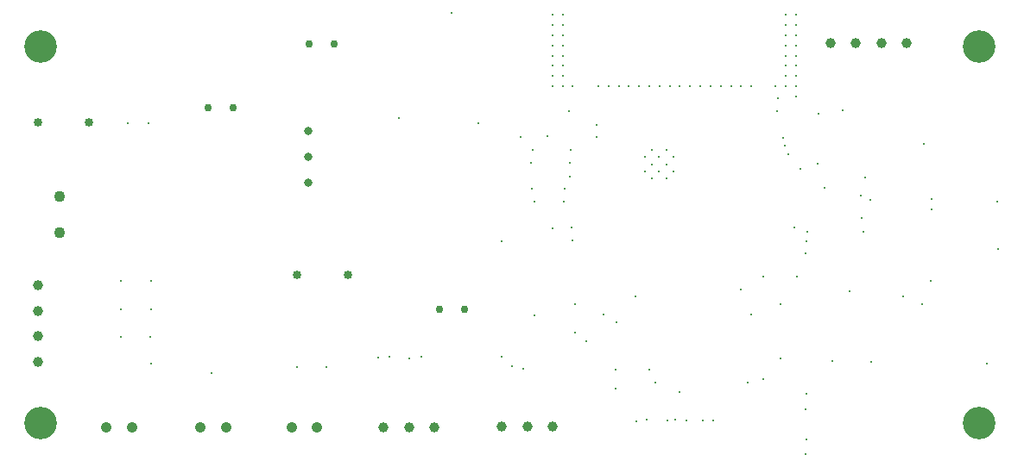
<source format=gbr>
%TF.GenerationSoftware,Altium Limited,Altium Designer,23.4.1 (23)*%
G04 Layer_Color=0*
%FSLAX45Y45*%
%MOMM*%
%TF.SameCoordinates,D6ADF24A-3376-43E2-8D1E-8FFFCD63A60F*%
%TF.FilePolarity,Positive*%
%TF.FileFunction,Plated,1,2,PTH,Drill*%
%TF.Part,Single*%
G01*
G75*
%TA.AperFunction,ComponentDrill*%
%ADD126C,1.00000*%
%ADD127C,0.85000*%
%ADD128C,0.75000*%
%ADD129C,0.30000*%
%ADD130C,1.10000*%
%ADD131C,0.83000*%
%ADD132C,1.05000*%
%ADD133C,1.00000*%
%TA.AperFunction,OtherDrill,Free Pad (4mm,4mm)*%
%ADD134C,3.20000*%
%TA.AperFunction,OtherDrill,Free Pad (4mm,41mm)*%
%ADD135C,3.20000*%
%TA.AperFunction,OtherDrill,Free Pad (96mm,41mm)*%
%ADD136C,3.20000*%
%TA.AperFunction,OtherDrill,Free Pad (96mm,4mm)*%
%ADD137C,3.20000*%
%TA.AperFunction,ViaDrill,NotFilled*%
%ADD138C,0.30000*%
D126*
X370000Y1003000D02*
D03*
Y1253000D02*
D03*
Y1503000D02*
D03*
Y1753000D02*
D03*
D127*
X3417000Y1857000D02*
D03*
X2917000D02*
D03*
X877000Y3356000D02*
D03*
X377000D02*
D03*
D128*
X3278000Y4130000D02*
D03*
X3028000Y4130000D02*
D03*
X4310000Y1523000D02*
D03*
X4560000Y1523000D02*
D03*
X2039000Y3497000D02*
D03*
X2289000Y3497000D02*
D03*
D129*
X6463989Y3014809D02*
D03*
X6323989D02*
D03*
X6603989D02*
D03*
X6323989Y2874809D02*
D03*
X6463989D02*
D03*
X6603989D02*
D03*
X6393989Y3084809D02*
D03*
X6533989D02*
D03*
X6393989Y2944809D02*
D03*
X6533989D02*
D03*
X6393989Y2804809D02*
D03*
X6533989D02*
D03*
D130*
X588000Y2624000D02*
D03*
Y2274000D02*
D03*
D131*
X3024000Y2766000D02*
D03*
Y3020000D02*
D03*
Y3274000D02*
D03*
D132*
X1967999Y361000D02*
D03*
X2218000D02*
D03*
X1045000Y362000D02*
D03*
X2862000Y361000D02*
D03*
X3112000D02*
D03*
X1295000Y362000D02*
D03*
D133*
X3760000Y361000D02*
D03*
X4010000D02*
D03*
X4260000D02*
D03*
X5420000Y364000D02*
D03*
X5170000D02*
D03*
X4920000D02*
D03*
X8894000Y4132000D02*
D03*
X8644000D02*
D03*
X8394000D02*
D03*
X8144000D02*
D03*
D134*
X400000Y400000D02*
D03*
D135*
Y4100000D02*
D03*
D136*
X9600000D02*
D03*
D137*
Y400000D02*
D03*
D138*
X8028000Y3444000D02*
D03*
X7808000Y3611000D02*
D03*
X8484401Y2813870D02*
D03*
X7818000Y1839000D02*
D03*
X9789000Y2112000D02*
D03*
X9783000Y2580000D02*
D03*
X4922000Y1052000D02*
D03*
X8022000Y2951000D02*
D03*
X7483424Y1842398D02*
D03*
X5616809Y2192809D02*
D03*
X6543001Y429707D02*
D03*
X8267000Y3476000D02*
D03*
X9056000Y3141000D02*
D03*
X7913043Y2282043D02*
D03*
X7701000Y3127000D02*
D03*
X7677000Y3204000D02*
D03*
X7731000Y3043000D02*
D03*
X7853000Y2896000D02*
D03*
X4920000Y2187000D02*
D03*
X5593000Y2827000D02*
D03*
X5853000Y3329000D02*
D03*
Y3209000D02*
D03*
X7787329Y2325000D02*
D03*
X8546000Y1006647D02*
D03*
X8161000Y1008647D02*
D03*
X7656500Y1572794D02*
D03*
X7655000Y1035000D02*
D03*
X9041999Y1572999D02*
D03*
X7367000Y1468000D02*
D03*
X5025000Y963000D02*
D03*
X5242500Y1460000D02*
D03*
Y2575000D02*
D03*
X5215000Y2700809D02*
D03*
X5538191D02*
D03*
X1478000Y1251000D02*
D03*
X8860000Y1648000D02*
D03*
X9677300Y981500D02*
D03*
X8334000Y1695000D02*
D03*
X5532000Y2574000D02*
D03*
X7912000Y2190281D02*
D03*
X7899000Y2065281D02*
D03*
X8087000Y2712999D02*
D03*
X8464000Y2278000D02*
D03*
X5642000Y1572000D02*
D03*
X6233989Y1649000D02*
D03*
X1484000Y1796000D02*
D03*
X6427000Y800000D02*
D03*
X6666000Y706000D02*
D03*
X6625000Y437000D02*
D03*
X6892001Y430999D02*
D03*
X6341000Y439000D02*
D03*
X9128000Y1801000D02*
D03*
X8539000Y2591000D02*
D03*
X9136000Y2601000D02*
D03*
X9132201Y2499504D02*
D03*
X6243000Y420000D02*
D03*
X6993001Y425707D02*
D03*
X6729000Y427706D02*
D03*
X8454000Y2415000D02*
D03*
X8446000Y2635000D02*
D03*
X7900000Y94000D02*
D03*
X7912000Y244000D02*
D03*
X5915489Y1467489D02*
D03*
X7912000Y686000D02*
D03*
X5133000Y932000D02*
D03*
X5750000Y1205000D02*
D03*
X6042929Y1394000D02*
D03*
X6366000Y929000D02*
D03*
X7334000Y801000D02*
D03*
X6039000Y930000D02*
D03*
Y736000D02*
D03*
X7489000Y836000D02*
D03*
X7900000Y536000D02*
D03*
X5642000Y1291500D02*
D03*
X5417500Y2317000D02*
D03*
X6968001Y3711000D02*
D03*
X7068001D02*
D03*
X7168001D02*
D03*
X7268002D02*
D03*
X7368002D02*
D03*
X7608002D02*
D03*
X6268001D02*
D03*
X6368001D02*
D03*
X6468001D02*
D03*
X6568001D02*
D03*
X6668001D02*
D03*
X6768001D02*
D03*
X6868001D02*
D03*
X5618000D02*
D03*
X5868000D02*
D03*
X5968000D02*
D03*
X6068000D02*
D03*
X6168001D02*
D03*
X5110000Y3214000D02*
D03*
X5365000Y3217000D02*
D03*
X5596000Y3085000D02*
D03*
X5227000D02*
D03*
X5593000Y2956000D02*
D03*
X5207000D02*
D03*
X2073000Y896000D02*
D03*
X5605000Y2319809D02*
D03*
X7628809Y3589809D02*
D03*
X7623809Y3462809D02*
D03*
X5581000Y3462380D02*
D03*
X4694000Y3348000D02*
D03*
X5518000Y4411000D02*
D03*
Y4311000D02*
D03*
Y4211000D02*
D03*
Y4111000D02*
D03*
Y4011000D02*
D03*
Y3911000D02*
D03*
Y3811000D02*
D03*
Y3711000D02*
D03*
X7708000Y4411000D02*
D03*
Y4311000D02*
D03*
Y4211000D02*
D03*
Y4111000D02*
D03*
Y4011000D02*
D03*
Y3911000D02*
D03*
Y3811000D02*
D03*
Y3711000D02*
D03*
X5418000Y4411000D02*
D03*
X7808000D02*
D03*
X5418000Y3711000D02*
D03*
Y3811000D02*
D03*
Y3911000D02*
D03*
Y4011000D02*
D03*
Y4111000D02*
D03*
Y4211000D02*
D03*
Y4311000D02*
D03*
X7808000Y3711000D02*
D03*
Y3811000D02*
D03*
Y3911000D02*
D03*
Y4011000D02*
D03*
Y4111000D02*
D03*
Y4211000D02*
D03*
Y4311000D02*
D03*
X1250000Y3351000D02*
D03*
X3915000Y3400000D02*
D03*
X4431000Y4434000D02*
D03*
X4131000Y1051000D02*
D03*
X2914000Y952000D02*
D03*
X1186600Y1517000D02*
D03*
X1186600Y1796000D02*
D03*
X1184600Y1252000D02*
D03*
X1459000Y3348000D02*
D03*
X1482600Y1523000D02*
D03*
X1484000Y982000D02*
D03*
X3203000Y953000D02*
D03*
X7269000Y1711000D02*
D03*
X4015000Y1040000D02*
D03*
X3709000Y1042000D02*
D03*
X3821000Y1052000D02*
D03*
%TF.MD5,904623fdcfe2d46e158c6e374b4eaaa7*%
M02*

</source>
